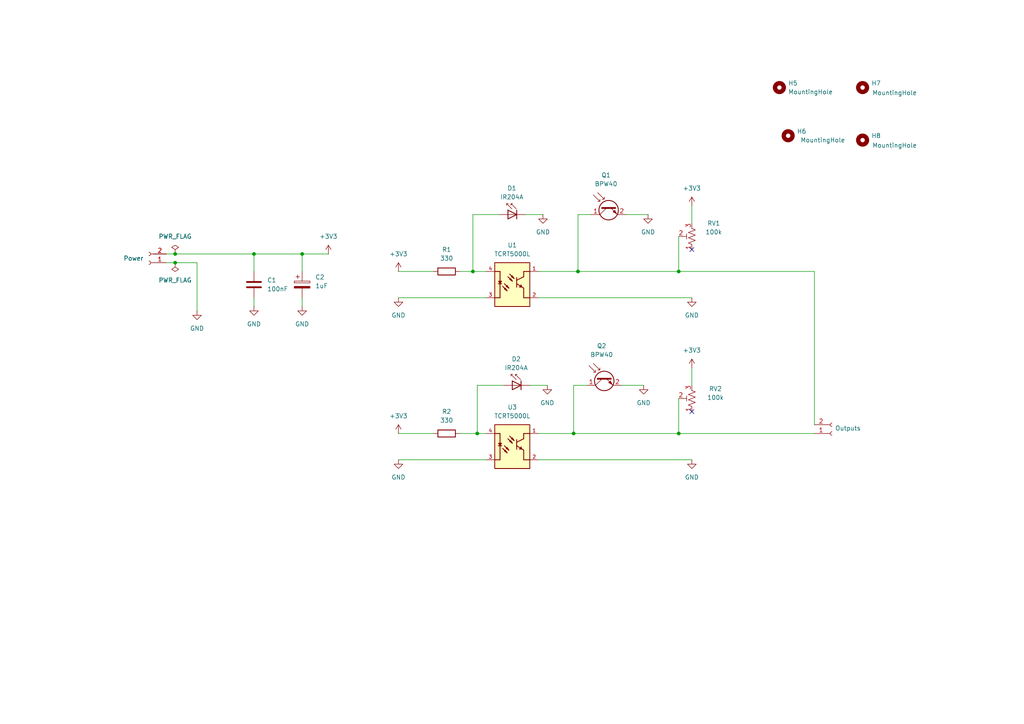
<source format=kicad_sch>
(kicad_sch (version 20250114) (generator "eeschema") (generator_version "9.0")
  (paper "A4")
  (lib_symbols
    (symbol "Connector:Conn_01x02_Socket" (pin_names (offset 1.016) (hide yes))
      (property "Reference" "J" (at 0 2.54 0))
      (property "Value" "Conn_01x02_Socket" (at 0 -5.08 0))
      (symbol "Conn_01x02_Socket_1_1"
        (polyline (pts (xy -1.27 0) (xy -0.508 0)) (stroke (width 0.1524)))
        (polyline (pts (xy -1.27 -2.54) (xy -0.508 -2.54)) (stroke (width 0.1524)))
        (arc (start 0 -0.508) (mid -0.5058 0) (end 0 0.508) (stroke (width 0.1524)))
        (arc (start 0 -3.048) (mid -0.5058 -2.54) (end 0 -2.032) (stroke (width 0.1524)))
        (pin passive line (at -5.08 0 0) (length 3.81) (name "Pin_1") (number "1"))
        (pin passive line (at -5.08 -2.54 0) (length 3.81) (name "Pin_2") (number "2"))
      )
    )
    (symbol "Device:C_Polarized" (pin_numbers (hide yes)) (pin_names (offset 0.254))
      (property "Reference" "C" (at 0.635 2.54 0))
      (property "Value" "C_Polarized" (at 0.635 -2.54 0))
      (symbol "C_Polarized_0_1"
        (rectangle (start -2.286 0.508) (end 2.286 1.016))
        (polyline (pts (xy -1.778 2.286) (xy -0.762 2.286)))
        (polyline (pts (xy -1.27 2.794) (xy -1.27 1.778)))
        (rectangle (start 2.286 -0.508) (end -2.286 -1.016) (fill (type outline)))
      )
      (symbol "C_Polarized_1_1"
        (pin passive line (at 0 3.81 270) (length 2.794) (name "~") (number "1"))
        (pin passive line (at 0 -3.81 90) (length 2.794) (name "~") (number "2"))
      )
    )
    (symbol "Device:R" (pin_numbers (hide yes)) (pin_names (offset 0))
      (property "Reference" "R" (at 2.032 0 90))
      (property "Value" "R" (at 0 0 90))
      (symbol "R_0_1"
        (rectangle (start -1.016 -2.54) (end 1.016 2.54) (stroke (width 0.254)))
      )
      (symbol "R_1_1"
        (pin passive line (at 0 3.81 270) (length 1.27) (name "~") (number "1"))
        (pin passive line (at 0 -3.81 90) (length 1.27) (name "~") (number "2"))
      )
    )
    (symbol "Device:R_Potentiometer_Trim_US" (pin_names (offset 1.016) (hide yes))
      (property "Reference" "RV" (at -4.445 0 90))
      (property "Value" "R_Potentiometer_Trim_US" (at -2.54 0 90))
      (symbol "R_Potentiometer_Trim_US_0_1"
        (polyline (pts (xy 0 2.286) (xy 0 2.54)))
        (polyline (pts (xy 0 2.286) (xy 1.016 1.905) (xy 0 1.524) (xy -1.016 1.143) (xy 0 0.762)))
        (polyline (pts (xy 0 0.762) (xy 1.016 0.381) (xy 0 0) (xy -1.016 -0.381) (xy 0 -0.762)))
        (polyline (pts (xy 0 -0.762) (xy 1.016 -1.143) (xy 0 -1.524) (xy -1.016 -1.905) (xy 0 -2.286)))
        (polyline (pts (xy 0 -2.286) (xy 0 -2.54)))
        (polyline (pts (xy 1.524 0.762) (xy 1.524 -0.762)))
        (polyline (pts (xy 2.54 0) (xy 1.524 0)))
      )
      (symbol "R_Potentiometer_Trim_US_1_1"
        (pin passive line (at 0 3.81 270) (length 1.27) (name "1") (number "1"))
        (pin passive line (at 0 -3.81 90) (length 1.27) (name "3") (number "3"))
        (pin passive line (at 3.81 0 180) (length 1.27) (name "2") (number "2"))
      )
    )
    (symbol "GS_Capacitor_0402:C_0402_100nF" (pin_numbers (hide yes)) (pin_names (offset 0.254))
      (property "Reference" "C" (at 0.635 2.54 0))
      (property "Value" "100nF" (at 0.635 -2.54 0))
      (symbol "C_0402_100nF_0_1"
        (polyline (pts (xy -2.032 0.762) (xy 2.032 0.762)) (stroke (width 0.508)))
        (polyline (pts (xy -2.032 -0.762) (xy 2.032 -0.762)) (stroke (width 0.508)))
      )
      (symbol "C_0402_100nF_1_1"
        (pin passive line (at 0 3.81 270) (length 2.794) (name "~") (number "1"))
        (pin passive line (at 0 -3.81 90) (length 2.794) (name "~") (number "2"))
      )
    )
    (symbol "LED:IR204A" (pin_numbers (hide yes)) (pin_names (offset 1.016) (hide yes))
      (property "Reference" "D" (at 0.508 1.778 0))
      (property "Value" "IR204A" (at -1.016 -2.794 0))
      (symbol "IR204A_0_1"
        (polyline (pts (xy -2.54 1.27) (xy -2.54 -1.27)) (stroke (width 0.254)))
        (polyline (pts (xy -2.413 1.651) (xy -0.889 3.175) (xy -0.889 2.667) (xy -0.889 3.175) (xy -1.397 3.175)))
        (polyline (pts (xy -1.143 1.651) (xy 0.381 3.175) (xy 0.381 2.667)))
        (polyline (pts (xy 0 1.27) (xy -2.54 0) (xy 0 -1.27) (xy 0 1.27)) (stroke (width 0.254)))
        (polyline (pts (xy 0 0) (xy -2.54 0)))
        (polyline (pts (xy 0.381 3.175) (xy -0.127 3.175)))
      )
      (symbol "IR204A_1_1"
        (pin passive line (at -5.08 0 0) (length 2.54) (name "K") (number "1"))
        (pin passive line (at 2.54 0 180) (length 2.54) (name "A") (number "2"))
      )
    )
    (symbol "Mechanical:MountingHole" (pin_names (offset 1.016)) (in_bom no)
      (property "Reference" "H" (at 0 5.08 0))
      (property "Value" "MountingHole" (at 0 3.175 0))
      (symbol "MountingHole_0_1"
        (circle (center 0 0) (radius 1.27) (stroke (width 1.27)))
      )
    )
    (symbol "Sensor_Optical:BPW40" (pin_names (offset 0) (hide yes))
      (property "Reference" "Q" (at 5.08 1.27 0))
      (property "Value" "BPW40" (at 5.08 -1.27 0))
      (symbol "BPW40_0_1"
        (polyline (pts (xy -3.81 3.175) (xy -1.905 1.27) (xy -1.905 1.905)))
        (polyline (pts (xy -3.175 4.445) (xy -1.27 2.54) (xy -1.27 3.175)))
        (polyline (pts (xy -1.905 1.27) (xy -2.54 1.27)))
        (polyline (pts (xy -1.27 2.54) (xy -1.905 2.54)))
        (polyline (pts (xy 0.635 1.905) (xy 0.635 -1.905) (xy 0.635 -1.905)) (stroke (width 0.508)))
        (polyline (pts (xy 0.635 0.635) (xy 2.54 2.54)))
        (polyline (pts (xy 0.635 -0.635) (xy 2.54 -2.54) (xy 2.54 -2.54)))
        (circle (center 1.27 0) (radius 2.8194) (stroke (width 0.254)))
        (polyline (pts (xy 1.27 -1.778) (xy 1.778 -1.27) (xy 2.286 -2.286) (xy 1.27 -1.778) (xy 1.27 -1.778)) (fill (type outline)))
      )
      (symbol "BPW40_1_1"
        (pin passive line (at 2.54 5.08 270) (length 2.54) (name "C") (number "1"))
        (pin passive line (at 2.54 -5.08 90) (length 2.54) (name "E") (number "2"))
      )
    )
    (symbol "TCRT5000L:TCRT5000L" (pin_names (offset 1.016))
      (property "Reference" "U" (at -5.1092 5.6131 0))
      (property "Value" "TCRT5000L" (at -5.093 -10.1813 0))
      (symbol "TCRT5000L_0_0"
        (rectangle (start -5.08 -7.62) (end 5.08 5.08) (stroke (width 0.254)) (fill (type background)))
        (polyline (pts (xy -4.064 -1.016) (xy -3.556 -1.016)) (stroke (width 0.254)))
        (polyline (pts (xy -3.556 2.54) (xy -5.08 2.54)) (stroke (width 0.254)))
        (polyline (pts (xy -3.556 2.54) (xy -3.556 -0.254)) (stroke (width 0.254)))
        (polyline (pts (xy -3.556 -1.016) (xy -3.556 -5.08)) (stroke (width 0.254)))
        (polyline (pts (xy -3.556 -1.016) (xy -3.048 -1.016)) (stroke (width 0.254)))
        (polyline (pts (xy -3.556 -1.016) (xy -4.064 -0.254) (xy -3.048 -0.254) (xy -3.556 -1.016)) (stroke (width 0.1524)) (fill (type outline)))
        (polyline (pts (xy -3.556 -5.08) (xy -5.08 -5.08)) (stroke (width 0.254)))
        (polyline (pts (xy -2.794 -1.778) (xy -1.524 -3.048)) (stroke (width 0.254)))
        (polyline (pts (xy -2.286 -1.016) (xy -1.016 -2.286)) (stroke (width 0.254)))
        (polyline (pts (xy -1.524 -3.048) (xy -2.286 -2.54)) (stroke (width 0.254)))
        (polyline (pts (xy -1.524 -3.048) (xy -2.032 -2.286)) (stroke (width 0.254)))
        (polyline (pts (xy -1.27 1.016) (xy 0 -0.254)) (stroke (width 0.254)))
        (polyline (pts (xy -1.016 -2.286) (xy -1.778 -1.778)) (stroke (width 0.254)))
        (polyline (pts (xy -1.016 -2.286) (xy -1.524 -1.524)) (stroke (width 0.254)))
        (polyline (pts (xy -0.762 1.778) (xy 0.508 0.508)) (stroke (width 0.254)))
        (polyline (pts (xy 0 -0.254) (xy -0.762 0.254)) (stroke (width 0.254)))
        (polyline (pts (xy 0 -0.254) (xy -0.508 0.508)) (stroke (width 0.254)))
        (polyline (pts (xy 0.508 0.508) (xy -0.254 1.016)) (stroke (width 0.254)))
        (polyline (pts (xy 0.508 0.508) (xy 0 1.27)) (stroke (width 0.254)))
        (polyline (pts (xy 1.27 0) (xy 1.27 0.762)) (stroke (width 0.254)))
        (polyline (pts (xy 1.27 0) (xy 1.27 -1.016)) (stroke (width 0.254)))
        (polyline (pts (xy 1.27 -1.016) (xy 1.27 -2.032)) (stroke (width 0.254)))
        (polyline (pts (xy 1.27 -1.016) (xy 3.302 -2.286)) (stroke (width 0.254)))
        (polyline (pts (xy 2.032 -2.032) (xy 2.54 -1.27) (xy 2.794 -2.032) (xy 2.032 -2.032)) (stroke (width 0.1524)) (fill (type outline)))
        (polyline (pts (xy 3.302 2.54) (xy 3.302 1.016)) (stroke (width 0.254)))
        (polyline (pts (xy 3.302 2.54) (xy 5.08 2.54)) (stroke (width 0.254)))
        (polyline (pts (xy 3.302 1.016) (xy 1.27 0)) (stroke (width 0.254)))
        (polyline (pts (xy 3.302 -2.286) (xy 3.302 -5.08)) (stroke (width 0.254)))
        (polyline (pts (xy 3.302 -5.08) (xy 5.08 -5.08)) (stroke (width 0.254)))
        (pin passive line (at -7.62 2.54 0) (length 2.54) (name "~") (number "4"))
        (pin passive line (at -7.62 -5.08 0) (length 2.54) (name "~") (number "3"))
        (pin passive line (at 7.62 2.54 180) (length 2.54) (name "~") (number "1"))
        (pin passive line (at 7.62 -5.08 180) (length 2.54) (name "~") (number "2"))
      )
    )
    (symbol "power:+3V3" (power) (pin_numbers (hide yes)) (pin_names (offset 0) (hide yes))
      (property "Value" "+3V3" (at 0 3.556 0))
      (symbol "+3V3_0_1"
        (polyline (pts (xy -0.762 1.27) (xy 0 2.54)))
        (polyline (pts (xy 0 2.54) (xy 0.762 1.27)))
        (polyline (pts (xy 0 0) (xy 0 2.54)))
      )
      (symbol "+3V3_1_1"
        (pin power_in line (at 0 0 90) (length 0) (name "~") (number "1"))
      )
    )
    (symbol "power:GND" (power) (pin_numbers (hide yes)) (pin_names (offset 0) (hide yes))
      (property "Value" "GND" (at 0 -3.81 0))
      (symbol "GND_0_1"
        (polyline (pts (xy 0 0) (xy 0 -1.27) (xy 1.27 -1.27) (xy 0 -2.54) (xy -1.27 -1.27) (xy 0 -1.27)))
      )
      (symbol "GND_1_1"
        (pin power_in line (at 0 0 270) (length 0) (name "~") (number "1"))
      )
    )
    (symbol "power:PWR_FLAG" (power) (pin_numbers (hide yes)) (pin_names (offset 0) (hide yes))
      (property "Value" "PWR_FLAG" (at 0 3.81 0))
      (symbol "PWR_FLAG_0_0"
        (pin power_out line (at 0 0 90) (length 0) (name "~") (number "1"))
      )
      (symbol "PWR_FLAG_0_1"
        (polyline (pts (xy 0 0) (xy 0 1.27) (xy -1.016 1.905) (xy 0 2.54) (xy 1.016 1.905) (xy 0 1.27)))
      )
    )
  )
  (junction (at 138.43 125.73))
  (junction (at 50.8 73.66))
  (junction (at 73.66 73.66))
  (junction (at 196.85 125.73))
  (junction (at 87.63 73.66))
  (junction (at 50.8 76.2))
  (junction (at 196.85 78.74))
  (junction (at 166.37 125.73))
  (junction (at 167.64 78.74))
  (junction (at 137.16 78.74))
  (no_connect (at 200.66 72.39))
  (no_connect (at 200.66 119.38))
  (wire (pts (xy 73.66 86.36) (xy 73.66 88.9)))
  (wire (pts (xy 166.37 111.76) (xy 166.37 125.73)))
  (wire (pts (xy 180.34 111.76) (xy 186.69 111.76)))
  (wire (pts (xy 87.63 73.66) (xy 95.25 73.66)))
  (wire (pts (xy 196.85 78.74) (xy 236.22 78.74)))
  (wire (pts (xy 196.85 68.58) (xy 196.85 78.74)))
  (wire (pts (xy 167.64 62.23) (xy 167.64 78.74)))
  (wire (pts (xy 236.22 78.74) (xy 236.22 123.19)))
  (wire (pts (xy 115.57 86.36) (xy 140.97 86.36)))
  (wire (pts (xy 137.16 78.74) (xy 140.97 78.74)))
  (wire (pts (xy 196.85 115.57) (xy 196.85 125.73)))
  (wire (pts (xy 73.66 78.74) (xy 73.66 73.66)))
  (wire (pts (xy 156.21 78.74) (xy 167.64 78.74)))
  (wire (pts (xy 138.43 111.76) (xy 138.43 125.73)))
  (wire (pts (xy 200.66 59.69) (xy 200.66 64.77)))
  (wire (pts (xy 200.66 133.35) (xy 156.21 133.35)))
  (wire (pts (xy 153.67 111.76) (xy 158.75 111.76)))
  (wire (pts (xy 115.57 133.35) (xy 140.97 133.35)))
  (wire (pts (xy 115.57 125.73) (xy 125.73 125.73)))
  (wire (pts (xy 87.63 86.36) (xy 87.63 88.9)))
  (wire (pts (xy 87.63 78.74) (xy 87.63 73.66)))
  (wire (pts (xy 50.8 76.2) (xy 57.15 76.2)))
  (wire (pts (xy 170.18 111.76) (xy 166.37 111.76)))
  (wire (pts (xy 87.63 73.66) (xy 73.66 73.66)))
  (wire (pts (xy 144.78 62.23) (xy 137.16 62.23)))
  (wire (pts (xy 166.37 125.73) (xy 196.85 125.73)))
  (wire (pts (xy 146.05 111.76) (xy 138.43 111.76)))
  (wire (pts (xy 50.8 73.66) (xy 73.66 73.66)))
  (wire (pts (xy 133.35 125.73) (xy 138.43 125.73)))
  (wire (pts (xy 137.16 62.23) (xy 137.16 78.74)))
  (wire (pts (xy 171.45 62.23) (xy 167.64 62.23)))
  (wire (pts (xy 156.21 125.73) (xy 166.37 125.73)))
  (wire (pts (xy 152.4 62.23) (xy 157.48 62.23)))
  (wire (pts (xy 200.66 106.68) (xy 200.66 111.76)))
  (wire (pts (xy 48.26 73.66) (xy 50.8 73.66)))
  (wire (pts (xy 48.26 76.2) (xy 50.8 76.2)))
  (wire (pts (xy 57.15 76.2) (xy 57.15 90.17)))
  (wire (pts (xy 181.61 62.23) (xy 187.96 62.23)))
  (wire (pts (xy 167.64 78.74) (xy 196.85 78.74)))
  (wire (pts (xy 138.43 125.73) (xy 140.97 125.73)))
  (wire (pts (xy 200.66 86.36) (xy 156.21 86.36)))
  (wire (pts (xy 115.57 78.74) (xy 125.73 78.74)))
  (wire (pts (xy 196.85 125.73) (xy 236.22 125.73)))
  (wire (pts (xy 133.35 78.74) (xy 137.16 78.74)))
  (symbol (lib_id "Device:R_Potentiometer_Trim_US") (at 200.66 68.58 180) (unit 1)
    (property "Reference" "RV1" (at 207.01 64.77 0))
    (property "Value" "100k" (at 207.01 67.31 0))
    (property "Footprint" "Potentiometer_THT:Potentiometer_Bourns_3266Y_Vertical" (effects (hide yes)))
    (property "Description" "Trim-potentiometer, US symbol" (effects (hide yes)))
  )
  (symbol (lib_id "Device:R") (at 129.54 78.74 90) (unit 1)
    (property "Reference" "R1" (at 129.54 72.39 90))
    (property "Value" "330" (at 129.54 74.93 90))
    (property "Footprint" "Resistor_THT:R_Axial_DIN0309_L9.0mm_D3.2mm_P12.70mm_Horizontal" (effects (hide yes)))
    (property "Description" "Resistor" (effects (hide yes)))
  )
  (symbol (lib_id "power:GND") (at 200.66 133.35 0) (unit 1)
    (property "Reference" "#PWR010" (effects (hide yes)))
    (property "Value" "GND" (at 200.66 138.43 0))
    (property "Description" "Power symbol creates a global label with name \"GND\" , ground" (effects (hide yes)))
  )
  (symbol (lib_id "Mechanical:MountingHole") (at 250.19 40.64 0) (unit 1) (in_bom no)
    (property "Reference" "H8" (at 252.73 39.3699 0) (effects (justify left)))
    (property "Value" "MountingHole" (at 252.984 42.164 0) (effects (justify left)))
    (property "Footprint" "MountingHole:MountingHole_3.2mm_M3_DIN965" (effects (hide yes)))
    (property "Description" "Mounting Hole without connection" (effects (hide yes)))
  )
  (symbol (lib_id "power:GND") (at 57.15 90.17 0) (unit 1)
    (property "Reference" "#PWR06" (effects (hide yes)))
    (property "Value" "GND" (at 57.15 95.25 0))
    (property "Description" "Power symbol creates a global label with name \"GND\" , ground" (effects (hide yes)))
  )
  (symbol (lib_id "Sensor_Optical:BPW40") (at 175.26 109.22 90) (mirror x) (unit 1)
    (property "Reference" "Q2" (at 174.5107 100.33 90))
    (property "Value" "BPW40" (at 174.5107 102.87 90))
    (property "Footprint" "LED_THT:LED_D5.0mm_Clear" (effects (hide yes)))
    (property "Datasheet" "https://www.rcscomponents.kiev.ua/datasheets/bpw40.pdf" (effects (hide yes)))
    (property "Description" "Phototransistor NPN" (effects (hide yes)))
  )
  (symbol (lib_id "Mechanical:MountingHole") (at 228.6 39.37 0) (unit 1) (in_bom no)
    (property "Reference" "H6" (at 231.14 38.0999 0) (effects (justify left)))
    (property "Value" "MountingHole" (at 232.156 40.64 0) (effects (justify left)))
    (property "Footprint" "MountingHole:MountingHole_3.2mm_M3_DIN965" (effects (hide yes)))
    (property "Description" "Mounting Hole without connection" (effects (hide yes)))
  )
  (symbol (lib_id "power:+3V3") (at 200.66 106.68 0) (unit 1)
    (property "Reference" "#PWR07" (effects (hide yes)))
    (property "Value" "+3V3" (at 200.66 101.6 0))
    (property "Description" "Power symbol creates a global label with name \"+3V3\"" (effects (hide yes)))
  )
  (symbol (lib_id "power:PWR_FLAG") (at 50.8 73.66 0) (unit 1)
    (property "Reference" "#FLG01" (effects (hide yes)))
    (property "Value" "PWR_FLAG" (at 50.8 68.58 0))
    (property "Description" "Special symbol for telling ERC where power comes from" (effects (hide yes)))
  )
  (symbol (lib_id "LED:IR204A") (at 147.32 62.23 0) (mirror y) (unit 1)
    (property "Reference" "D1" (at 148.463 54.61 0))
    (property "Value" "IR204A" (at 148.463 57.15 0))
    (property "Footprint" "LED_THT:LED_D5.0mm" (effects (hide yes)))
    (property "Datasheet" "http://www.everlight.com/file/ProductFile/IR204-A.pdf" (effects (hide yes)))
    (property "Description" "Infrared LED , 3mm LED package" (effects (hide yes)))
  )
  (symbol (lib_id "power:GND") (at 73.66 88.9 0) (unit 1)
    (property "Reference" "#PWR011" (effects (hide yes)))
    (property "Value" "GND" (at 73.66 93.98 0))
    (property "Description" "Power symbol creates a global label with name \"GND\" , ground" (effects (hide yes)))
  )
  (symbol (lib_id "Device:R") (at 129.54 125.73 90) (unit 1)
    (property "Reference" "R2" (at 129.54 119.38 90))
    (property "Value" "330" (at 129.54 121.92 90))
    (property "Footprint" "Resistor_THT:R_Axial_DIN0309_L9.0mm_D3.2mm_P12.70mm_Horizontal" (effects (hide yes)))
    (property "Description" "Resistor" (effects (hide yes)))
  )
  (symbol (lib_id "power:GND") (at 158.75 111.76 0) (unit 1)
    (property "Reference" "#PWR014" (effects (hide yes)))
    (property "Value" "GND" (at 158.75 116.84 0))
    (property "Description" "Power symbol creates a global label with name \"GND\" , ground" (effects (hide yes)))
  )
  (symbol (lib_id "Mechanical:MountingHole") (at 250.19 25.4 0) (unit 1) (in_bom no)
    (property "Reference" "H7" (at 252.73 24.1299 0) (effects (justify left)))
    (property "Value" "MountingHole" (at 252.984 26.924 0) (effects (justify left)))
    (property "Footprint" "MountingHole:MountingHole_3.2mm_M3_DIN965" (effects (hide yes)))
    (property "Description" "Mounting Hole without connection" (effects (hide yes)))
  )
  (symbol (lib_id "TCRT5000L:TCRT5000L") (at 148.59 81.28 0) (unit 1)
    (property "Reference" "U1" (at 148.59 71.12 0))
    (property "Value" "TCRT5000L" (at 148.59 73.66 0))
    (property "Footprint" "OptoDevice:Vishay_TCRT5000" (effects (hide yes)))
    (property "MF" "Vishay Semiconductor" (effects (hide yes)))
    (property "DESCRIPTION" "TCRT5000 Series 940 nm 100 mA 60 mA Transistor Output Reflective Optical Sensor" (effects (hide yes)))
    (property "PACKAGE" "PCB Mount Vishay" (effects (hide yes)))
    (property "PRICE" "0.60 USD" (effects (hide yes)))
    (property "MP" "TCRT5000L" (effects (hide yes)))
    (property "AVAILABILITY" "Good" (effects (hide yes)))
  )
  (symbol (lib_id "Device:C_Polarized") (at 87.63 82.55 0) (unit 1)
    (property "Reference" "C2" (at 91.44 80.3909 0) (effects (justify left)))
    (property "Value" "1uF" (at 91.44 82.9309 0) (effects (justify left)))
    (property "Footprint" "Capacitor_THT:CP_Radial_D5.0mm_P2.50mm" (effects (hide yes)))
    (property "Description" "Polarized capacitor" (effects (hide yes)))
  )
  (symbol (lib_id "power:+3V3") (at 95.25 73.66 0) (unit 1)
    (property "Reference" "#PWR03" (effects (hide yes)))
    (property "Value" "+3V3" (at 95.25 68.58 0))
    (property "Description" "Power symbol creates a global label with name \"+3V3\"" (effects (hide yes)))
  )
  (symbol (lib_id "power:PWR_FLAG") (at 50.8 76.2 0) (mirror x) (unit 1)
    (property "Reference" "#FLG02" (effects (hide yes)))
    (property "Value" "PWR_FLAG" (at 50.8 81.28 0))
    (property "Description" "Special symbol for telling ERC where power comes from" (effects (hide yes)))
  )
  (symbol (lib_id "Device:R_Potentiometer_Trim_US") (at 200.66 115.57 180) (unit 1)
    (property "Reference" "RV2" (at 207.518 112.776 0))
    (property "Value" "100k" (at 207.518 115.316 0))
    (property "Footprint" "Potentiometer_THT:Potentiometer_Bourns_3266Y_Vertical" (effects (hide yes)))
    (property "Description" "Trim-potentiometer, US symbol" (effects (hide yes)))
  )
  (symbol (lib_id "Mechanical:MountingHole") (at 226.06 25.4 0) (unit 1) (in_bom no)
    (property "Reference" "H5" (at 228.6 24.1299 0) (effects (justify left)))
    (property "Value" "MountingHole" (at 228.6 26.6699 0) (effects (justify left)))
    (property "Footprint" "MountingHole:MountingHole_3.2mm_M3_DIN965" (effects (hide yes)))
    (property "Description" "Mounting Hole without connection" (effects (hide yes)))
  )
  (symbol (lib_id "power:GND") (at 200.66 86.36 0) (unit 1)
    (property "Reference" "#PWR04" (effects (hide yes)))
    (property "Value" "GND" (at 200.66 91.44 0))
    (property "Description" "Power symbol creates a global label with name \"GND\" , ground" (effects (hide yes)))
  )
  (symbol (lib_id "power:GND") (at 157.48 62.23 0) (unit 1)
    (property "Reference" "#PWR013" (effects (hide yes)))
    (property "Value" "GND" (at 157.48 67.31 0))
    (property "Description" "Power symbol creates a global label with name \"GND\" , ground" (effects (hide yes)))
  )
  (symbol (lib_id "LED:IR204A") (at 148.59 111.76 0) (mirror y) (unit 1)
    (property "Reference" "D2" (at 149.733 104.14 0))
    (property "Value" "IR204A" (at 149.733 106.68 0))
    (property "Footprint" "LED_THT:LED_D5.0mm" (effects (hide yes)))
    (property "Datasheet" "http://www.everlight.com/file/ProductFile/IR204-A.pdf" (effects (hide yes)))
    (property "Description" "Infrared LED , 3mm LED package" (effects (hide yes)))
  )
  (symbol (lib_id "power:+3V3") (at 115.57 125.73 0) (unit 1)
    (property "Reference" "#PWR01" (effects (hide yes)))
    (property "Value" "+3V3" (at 115.57 120.65 0))
    (property "Description" "Power symbol creates a global label with name \"+3V3\"" (effects (hide yes)))
  )
  (symbol (lib_id "power:+3V3") (at 115.57 78.74 0) (unit 1)
    (property "Reference" "#PWR09" (effects (hide yes)))
    (property "Value" "+3V3" (at 115.57 73.66 0))
    (property "Description" "Power symbol creates a global label with name \"+3V3\"" (effects (hide yes)))
  )
  (symbol (lib_id "TCRT5000L:TCRT5000L") (at 148.59 128.27 0) (unit 1)
    (property "Reference" "U3" (at 148.59 118.11 0))
    (property "Value" "TCRT5000L" (at 148.59 120.65 0))
    (property "Footprint" "OptoDevice:Vishay_TCRT5000" (effects (hide yes)))
    (property "MF" "Vishay Semiconductor" (effects (hide yes)))
    (property "DESCRIPTION" "TCRT5000 Series 940 nm 100 mA 60 mA Transistor Output Reflective Optical Sensor" (effects (hide yes)))
    (property "PACKAGE" "PCB Mount Vishay" (effects (hide yes)))
    (property "PRICE" "0.60 USD" (effects (hide yes)))
    (property "MP" "TCRT5000L" (effects (hide yes)))
    (property "AVAILABILITY" "Good" (effects (hide yes)))
  )
  (symbol (lib_id "power:GND") (at 115.57 86.36 0) (unit 1)
    (property "Reference" "#PWR08" (effects (hide yes)))
    (property "Value" "GND" (at 115.57 91.44 0))
    (property "Description" "Power symbol creates a global label with name \"GND\" , ground" (effects (hide yes)))
  )
  (symbol (lib_id "power:+3V3") (at 200.66 59.69 0) (unit 1)
    (property "Reference" "#PWR02" (effects (hide yes)))
    (property "Value" "+3V3" (at 200.66 54.61 0))
    (property "Description" "Power symbol creates a global label with name \"+3V3\"" (effects (hide yes)))
  )
  (symbol (lib_id "power:GND") (at 187.96 62.23 0) (unit 1)
    (property "Reference" "#PWR015" (effects (hide yes)))
    (property "Value" "GND" (at 187.96 67.31 0))
    (property "Description" "Power symbol creates a global label with name \"GND\" , ground" (effects (hide yes)))
  )
  (symbol (lib_id "Connector:Conn_01x02_Socket") (at 43.18 76.2 180) (unit 1)
    (property "Reference" "J1" (effects (hide yes)))
    (property "Value" "Power" (at 35.814 74.93 0) (effects (justify right)))
    (property "Footprint" "Connector_JST:JST_XH_B2B-XH-A_1x02_P2.50mm_Vertical" (effects (hide yes)))
    (property "Description" "Generic connector, single row, 01x02, script generated" (effects (hide yes)))
  )
  (symbol (lib_id "power:GND") (at 115.57 133.35 0) (unit 1)
    (property "Reference" "#PWR05" (effects (hide yes)))
    (property "Value" "GND" (at 115.57 138.43 0))
    (property "Description" "Power symbol creates a global label with name \"GND\" , ground" (effects (hide yes)))
  )
  (symbol (lib_id "power:GND") (at 186.69 111.76 0) (unit 1)
    (property "Reference" "#PWR016" (effects (hide yes)))
    (property "Value" "GND" (at 186.69 116.84 0))
    (property "Description" "Power symbol creates a global label with name \"GND\" , ground" (effects (hide yes)))
  )
  (symbol (lib_id "Sensor_Optical:BPW40") (at 176.53 59.69 90) (mirror x) (unit 1)
    (property "Reference" "Q1" (at 175.7807 50.8 90))
    (property "Value" "BPW40" (at 175.7807 53.34 90))
    (property "Footprint" "LED_THT:LED_D5.0mm_Clear" (effects (hide yes)))
    (property "Datasheet" "https://www.rcscomponents.kiev.ua/datasheets/bpw40.pdf" (effects (hide yes)))
    (property "Description" "Phototransistor NPN" (effects (hide yes)))
  )
  (symbol (lib_id "power:GND") (at 87.63 88.9 0) (unit 1)
    (property "Reference" "#PWR012" (effects (hide yes)))
    (property "Value" "GND" (at 87.63 93.98 0))
    (property "Description" "Power symbol creates a global label with name \"GND\" , ground" (effects (hide yes)))
  )
  (symbol (lib_id "Connector:Conn_01x02_Socket") (at 241.3 125.73 0) (mirror x) (unit 1)
    (property "Reference" "J2" (effects (hide yes)))
    (property "Value" "Outputs" (at 249.682 124.206 0) (effects (justify right)))
    (property "Footprint" "Connector_JST:JST_XH_B2B-XH-A_1x02_P2.50mm_Vertical" (effects (hide yes)))
    (property "Description" "Generic connector, single row, 01x02, script generated" (effects (hide yes)))
  )
  (symbol (lib_id "GS_Capacitor_0402:C_0402_100nF") (at 73.66 82.55 0) (unit 1)
    (property "Reference" "C1" (at 77.47 81.2799 0) (effects (justify left)))
    (property "Value" "100nF" (at 77.47 83.8199 0) (effects (justify left)))
    (property "Footprint" "Capacitor_THT:C_Disc_D3.0mm_W2.0mm_P2.50mm" (effects (hide yes)))
    (property "Datasheet" "https://www.lcsc.com/datasheet/lcsc_datasheet_2410121315_CCTC-TCC0402X5R104K160AT_C344189.pdf" (effects (hide yes)))
    (property "Description" "100nF 10% Unpolarized Capacitor, 16V Max Voltage, X5R" (effects (hide yes)))
    (property "Manufacturer" "CCTC" (effects (hide yes)))
    (property "Mfr. Part #" "TCC0402X5R104K160AT" (effects (hide yes)))
    (property "LCSC ID" "C344189" (effects (hide yes)))
    (property "Package" "0402" (effects (hide yes)))
  )
)
</source>
